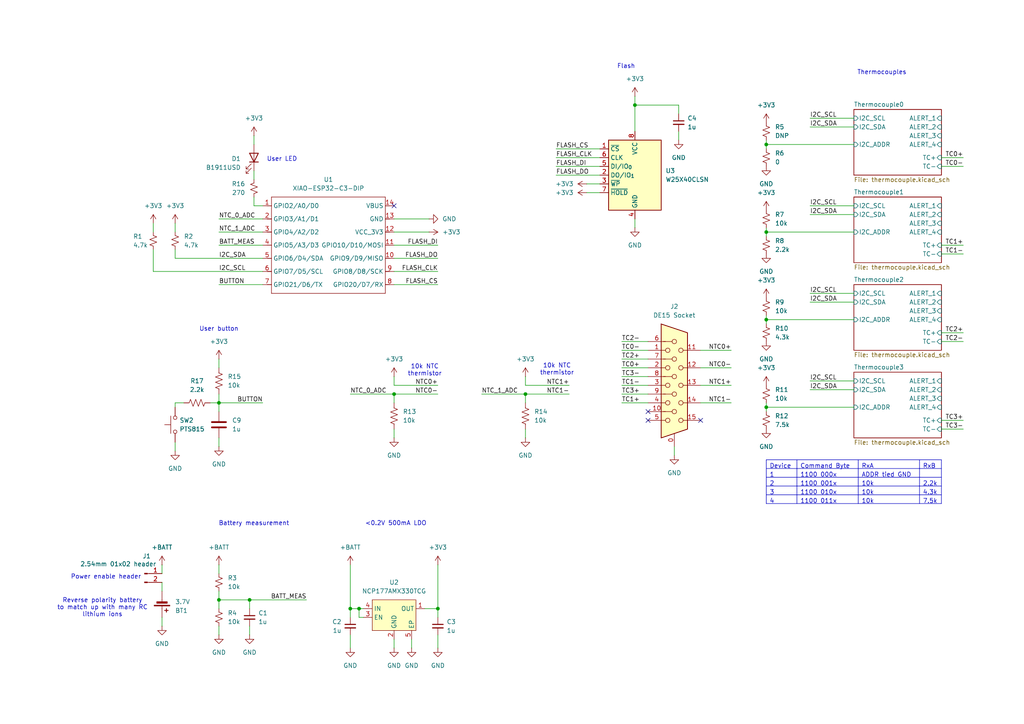
<source format=kicad_sch>
(kicad_sch (version 20250114) (generator "eeschema") (generator_version "9.0")
  (paper "A4")
  (lib_symbols
    (symbol "Connector:Conn_01x02_Pin" (pin_names (offset 1.016) (hide yes))
      (property "Reference" "J" (at 0 2.54 0))
      (property "Value" "Conn_01x02_Pin" (at 0 -5.08 0))
      (symbol "Conn_01x02_Pin_1_1"
        (rectangle (start 0.8636 0.127) (end 0 -0.127) (stroke (width 0.1524)) (fill (type outline)))
        (rectangle (start 0.8636 -2.413) (end 0 -2.667) (stroke (width 0.1524)) (fill (type outline)))
        (polyline (pts (xy 1.27 0) (xy 0.8636 0)) (stroke (width 0.1524)))
        (polyline (pts (xy 1.27 -2.54) (xy 0.8636 -2.54)) (stroke (width 0.1524)))
        (pin passive line (at 5.08 0 180) (length 3.81) (name "Pin_1") (number "1"))
        (pin passive line (at 5.08 -2.54 180) (length 3.81) (name "Pin_2") (number "2"))
      )
    )
    (symbol "Connector:DE15_Socket_HighDensity_MountingHoles" (pin_names (offset 1.016) (hide yes))
      (property "Reference" "J" (at 0 21.59 0))
      (property "Value" "DE15_Socket_HighDensity_MountingHoles" (at 0 19.05 0))
      (symbol "DE15_Socket_HighDensity_MountingHoles_0_1"
        (polyline (pts (xy -3.81 17.78) (xy -3.81 -15.24) (xy 3.81 -12.7) (xy 3.81 15.24) (xy -3.81 17.78)) (stroke (width 0.254)) (fill (type background)))
        (polyline (pts (xy -3.175 7.62) (xy -0.635 7.62)))
        (circle (center -1.905 10.16) (radius 0.635))
        (circle (center -1.905 5.08) (radius 0.635))
        (circle (center -1.905 0) (radius 0.635))
        (circle (center -1.905 -5.08) (radius 0.635))
        (circle (center -1.905 -10.16) (radius 0.635))
        (polyline (pts (xy -0.635 12.7) (xy -3.175 12.7)))
        (polyline (pts (xy -0.635 2.54) (xy -3.175 2.54)))
        (polyline (pts (xy -0.635 -2.54) (xy -3.175 -2.54)))
        (polyline (pts (xy -0.635 -7.62) (xy -3.175 -7.62)))
        (circle (center 0 12.7) (radius 0.635))
        (circle (center 0 7.62) (radius 0.635))
        (circle (center 0 2.54) (radius 0.635))
        (circle (center 0 -2.54) (radius 0.635))
        (circle (center 0 -7.62) (radius 0.635))
        (circle (center 1.905 10.16) (radius 0.635))
        (circle (center 1.905 5.08) (radius 0.635))
        (circle (center 1.905 0) (radius 0.635))
        (circle (center 1.905 -5.08) (radius 0.635))
        (circle (center 1.905 -10.16) (radius 0.635))
      )
      (symbol "DE15_Socket_HighDensity_MountingHoles_1_1"
        (pin passive line (at -7.62 12.7 0) (length 5.08) (name "~") (number "6"))
        (pin passive line (at -7.62 10.16 0) (length 5.08) (name "~") (number "1"))
        (pin passive line (at -7.62 7.62 0) (length 5.08) (name "~") (number "7"))
        (pin passive line (at -7.62 5.08 0) (length 5.08) (name "~") (number "2"))
        (pin passive line (at -7.62 2.54 0) (length 5.08) (name "~") (number "8"))
        (pin passive line (at -7.62 0 0) (length 5.08) (name "~") (number "3"))
        (pin passive line (at -7.62 -2.54 0) (length 5.08) (name "~") (number "9"))
        (pin passive line (at -7.62 -5.08 0) (length 5.08) (name "~") (number "4"))
        (pin passive line (at -7.62 -7.62 0) (length 5.08) (name "~") (number "10"))
        (pin passive line (at -7.62 -10.16 0) (length 5.08) (name "~") (number "5"))
        (pin passive line (at 0 -17.78 90) (length 3.81) (name "~") (number "0"))
        (pin passive line (at 7.62 10.16 180) (length 5.08) (name "~") (number "11"))
        (pin passive line (at 7.62 5.08 180) (length 5.08) (name "~") (number "12"))
        (pin passive line (at 7.62 0 180) (length 5.08) (name "~") (number "13"))
        (pin passive line (at 7.62 -5.08 180) (length 5.08) (name "~") (number "14"))
        (pin passive line (at 7.62 -10.16 180) (length 5.08) (name "~") (number "15"))
      )
    )
    (symbol "Device:Battery_Cell" (pin_numbers (hide yes)) (pin_names (offset 0) (hide yes))
      (property "Reference" "BT" (at 2.54 2.54 0))
      (property "Value" "Battery_Cell" (at 2.54 0 0))
      (symbol "Battery_Cell_0_1"
        (rectangle (start -2.286 1.778) (end 2.286 1.524) (fill (type outline)))
        (rectangle (start -1.524 1.016) (end 1.524 0.508) (fill (type outline)))
        (polyline (pts (xy 0 1.778) (xy 0 2.54)))
        (polyline (pts (xy 0 0.762) (xy 0 0)))
        (polyline (pts (xy 0.762 3.048) (xy 1.778 3.048)) (stroke (width 0.254)))
        (polyline (pts (xy 1.27 3.556) (xy 1.27 2.54)) (stroke (width 0.254)))
      )
      (symbol "Battery_Cell_1_1"
        (pin passive line (at 0 5.08 270) (length 2.54) (name "+") (number "1"))
        (pin passive line (at 0 -2.54 90) (length 2.54) (name "-") (number "2"))
      )
    )
    (symbol "Device:C" (pin_numbers (hide yes)) (pin_names (offset 0.254))
      (property "Reference" "C" (at 0.635 2.54 0))
      (property "Value" "C" (at 0.635 -2.54 0))
      (symbol "C_0_1"
        (polyline (pts (xy -2.032 0.762) (xy 2.032 0.762)) (stroke (width 0.508)))
        (polyline (pts (xy -2.032 -0.762) (xy 2.032 -0.762)) (stroke (width 0.508)))
      )
      (symbol "C_1_1"
        (pin passive line (at 0 3.81 270) (length 2.794) (name "~") (number "1"))
        (pin passive line (at 0 -3.81 90) (length 2.794) (name "~") (number "2"))
      )
    )
    (symbol "Device:C_Small" (pin_numbers (hide yes)) (pin_names (offset 0.254) (hide yes))
      (property "Reference" "C" (at 0.254 1.778 0))
      (property "Value" "C_Small" (at 0.254 -2.032 0))
      (symbol "C_Small_0_1"
        (polyline (pts (xy -1.524 0.508) (xy 1.524 0.508)) (stroke (width 0.3048)))
        (polyline (pts (xy -1.524 -0.508) (xy 1.524 -0.508)) (stroke (width 0.3302)))
      )
      (symbol "C_Small_1_1"
        (pin passive line (at 0 2.54 270) (length 2.032) (name "~") (number "1"))
        (pin passive line (at 0 -2.54 90) (length 2.032) (name "~") (number "2"))
      )
    )
    (symbol "Device:LED" (pin_numbers (hide yes)) (pin_names (offset 1.016) (hide yes))
      (property "Reference" "D" (at 0 2.54 0))
      (property "Value" "LED" (at 0 -2.54 0))
      (symbol "LED_0_1"
        (polyline (pts (xy -3.048 -0.762) (xy -4.572 -2.286) (xy -3.81 -2.286) (xy -4.572 -2.286) (xy -4.572 -1.524)))
        (polyline (pts (xy -1.778 -0.762) (xy -3.302 -2.286) (xy -2.54 -2.286) (xy -3.302 -2.286) (xy -3.302 -1.524)))
        (polyline (pts (xy -1.27 0) (xy 1.27 0)))
        (polyline (pts (xy -1.27 -1.27) (xy -1.27 1.27)) (stroke (width 0.254)))
        (polyline (pts (xy 1.27 -1.27) (xy 1.27 1.27) (xy -1.27 0) (xy 1.27 -1.27)) (stroke (width 0.254)))
      )
      (symbol "LED_1_1"
        (pin passive line (at -3.81 0 0) (length 2.54) (name "K") (number "1"))
        (pin passive line (at 3.81 0 180) (length 2.54) (name "A") (number "2"))
      )
    )
    (symbol "Device:R_Small_US" (pin_numbers (hide yes)) (pin_names (offset 0.254) (hide yes))
      (property "Reference" "R" (at 0.762 0.508 0))
      (property "Value" "R_Small_US" (at 0.762 -1.016 0))
      (symbol "R_Small_US_1_1"
        (polyline (pts (xy 0 1.524) (xy 1.016 1.143) (xy 0 0.762) (xy -1.016 0.381) (xy 0 0)))
        (polyline (pts (xy 0 0) (xy 1.016 -0.381) (xy 0 -0.762) (xy -1.016 -1.143) (xy 0 -1.524)))
        (pin passive line (at 0 2.54 270) (length 1.016) (name "~") (number "1"))
        (pin passive line (at 0 -2.54 90) (length 1.016) (name "~") (number "2"))
      )
    )
    (symbol "Device:R_US" (pin_numbers (hide yes)) (pin_names (offset 0))
      (property "Reference" "R" (at 2.54 0 90))
      (property "Value" "R_US" (at -2.54 0 90))
      (symbol "R_US_0_1"
        (polyline (pts (xy 0 2.286) (xy 0 2.54)))
        (polyline (pts (xy 0 2.286) (xy 1.016 1.905) (xy 0 1.524) (xy -1.016 1.143) (xy 0 0.762)))
        (polyline (pts (xy 0 0.762) (xy 1.016 0.381) (xy 0 0) (xy -1.016 -0.381) (xy 0 -0.762)))
        (polyline (pts (xy 0 -0.762) (xy 1.016 -1.143) (xy 0 -1.524) (xy -1.016 -1.905) (xy 0 -2.286)))
        (polyline (pts (xy 0 -2.286) (xy 0 -2.54)))
      )
      (symbol "R_US_1_1"
        (pin passive line (at 0 3.81 270) (length 1.27) (name "~") (number "1"))
        (pin passive line (at 0 -3.81 90) (length 1.27) (name "~") (number "2"))
      )
    )
    (symbol "Memory_Flash:W25X40CLSN"
      (property "Reference" "U" (at -7.62 10.668 0))
      (property "Value" "W25X40CLSN" (at 2.54 10.668 0))
      (symbol "W25X40CLSN_0_1"
        (rectangle (start -7.62 10.16) (end 7.62 -10.16) (stroke (width 0.254)) (fill (type background)))
      )
      (symbol "W25X40CLSN_1_1"
        (pin input line (at -10.16 7.62 0) (length 2.54) (name "~{CS}") (number "1"))
        (pin input line (at -10.16 5.08 0) (length 2.54) (name "CLK") (number "6"))
        (pin bidirectional line (at -10.16 2.54 0) (length 2.54) (name "DI/IO_{0}") (number "5"))
        (pin bidirectional line (at -10.16 0 0) (length 2.54) (name "DO/IO_{1}") (number "2"))
        (pin bidirectional line (at -10.16 -2.54 0) (length 2.54) (name "~{WP}") (number "3"))
        (pin bidirectional line (at -10.16 -5.08 0) (length 2.54) (name "~{HOLD}") (number "7"))
        (pin power_in line (at 0 12.7 270) (length 2.54) (name "VCC") (number "8"))
        (pin power_in line (at 0 -12.7 90) (length 2.54) (name "GND") (number "4"))
      )
    )
    (symbol "NCP177AMX330TCG:NCP177AMX330TCG"
      (property "Reference" "U" (at 0 1.778 0))
      (property "Value" "NCP177AMX330TCG" (at 0 0 0))
      (symbol "NCP177AMX330TCG_0_0"
        (pin power_in line (at -8.89 -2.54 0) (length 2.54) (name "IN") (number "4"))
        (pin input line (at -8.89 -5.08 0) (length 2.54) (name "EN") (number "3"))
        (pin unspecified line (at 0 -11.43 90) (length 2.54) (name "GND") (number "2"))
        (pin unspecified line (at 5.08 -11.43 90) (length 2.54) (name "EP") (number "5"))
        (pin power_out line (at 8.89 -2.54 180) (length 2.54) (name "OUT") (number "1"))
      )
      (symbol "NCP177AMX330TCG_1_1"
        (rectangle (start -6.35 0) (end 6.35 -8.89) (fill (type background)))
      )
    )
    (symbol "Seeed_Studio_XIAO_Series:XIAO-ESP32-C3-DIP"
      (property "Reference" "U" (at 1.016 2.794 0))
      (property "Value" "XIAO-ESP32-C3-DIP" (at 7.62 1.016 0))
      (symbol "XIAO-ESP32-C3-DIP_1_0"
        (polyline (pts (xy 0 0) (xy 33.02 0)) (stroke (width 0.1524)))
        (polyline (pts (xy 0 -2.54) (xy -1.27 -2.54)) (stroke (width 0.1524)))
        (polyline (pts (xy 0 -2.54) (xy 0 0)) (stroke (width 0.1524)))
        (polyline (pts (xy 0 -6.35) (xy -1.27 -6.35)) (stroke (width 0.1524)))
        (polyline (pts (xy 0 -6.35) (xy 0 -2.54)) (stroke (width 0.1524)))
        (polyline (pts (xy 0 -10.16) (xy -1.27 -10.16)) (stroke (width 0.1524)))
        (polyline (pts (xy 0 -10.16) (xy 0 -6.35)) (stroke (width 0.1524)))
        (polyline (pts (xy 0 -13.97) (xy -1.27 -13.97)) (stroke (width 0.1524)))
        (polyline (pts (xy 0 -13.97) (xy 0 -10.16)) (stroke (width 0.1524)))
        (polyline (pts (xy 0 -17.78) (xy -1.27 -17.78)) (stroke (width 0.1524)))
        (polyline (pts (xy 0 -21.59) (xy -1.27 -21.59)) (stroke (width 0.1524)))
        (polyline (pts (xy 0 -25.4) (xy -1.27 -25.4)) (stroke (width 0.1524)))
        (polyline (pts (xy 0 -27.94) (xy 0 -13.97)) (stroke (width 0.1524)))
        (polyline (pts (xy 33.02 0) (xy 33.02 -2.54)) (stroke (width 0.1524)))
        (polyline (pts (xy 33.02 -2.54) (xy 33.02 -6.35)) (stroke (width 0.1524)))
        (polyline (pts (xy 33.02 -6.35) (xy 33.02 -10.16)) (stroke (width 0.1524)))
        (polyline (pts (xy 33.02 -10.16) (xy 33.02 -27.94)) (stroke (width 0.1524)))
        (polyline (pts (xy 33.02 -27.94) (xy 0 -27.94)) (stroke (width 0.1524)))
        (polyline (pts (xy 34.29 -2.54) (xy 33.02 -2.54)) (stroke (width 0.1524)))
        (polyline (pts (xy 34.29 -6.35) (xy 33.02 -6.35)) (stroke (width 0.1524)))
        (polyline (pts (xy 34.29 -10.16) (xy 33.02 -10.16)) (stroke (width 0.1524)))
        (polyline (pts (xy 34.29 -13.97) (xy 33.02 -13.97)) (stroke (width 0.1524)))
        (polyline (pts (xy 34.29 -17.78) (xy 33.02 -17.78)) (stroke (width 0.1524)))
        (polyline (pts (xy 34.29 -21.59) (xy 33.02 -21.59)) (stroke (width 0.1524)))
        (polyline (pts (xy 34.29 -25.4) (xy 33.02 -25.4)) (stroke (width 0.1524)))
        (pin passive line (at -2.54 -2.54 0) (length 2.54) (name "GPIO2/A0/D0") (number "1"))
        (pin passive line (at -2.54 -6.35 0) (length 2.54) (name "GPIO3/A1/D1") (number "2"))
        (pin passive line (at -2.54 -10.16 0) (length 2.54) (name "GPIO4/A2/D2") (number "3"))
        (pin passive line (at -2.54 -13.97 0) (length 2.54) (name "GPIO5/A3/D3") (number "4"))
        (pin passive line (at -2.54 -17.78 0) (length 2.54) (name "GPIO6/D4/SDA") (number "5"))
        (pin passive line (at -2.54 -21.59 0) (length 2.54) (name "GPIO7/D5/SCL") (number "6"))
        (pin passive line (at -2.54 -25.4 0) (length 2.54) (name "GPIO21/D6/TX") (number "7"))
        (pin passive line (at 35.56 -2.54 180) (length 2.54) (name "VBUS") (number "14"))
        (pin passive line (at 35.56 -6.35 180) (length 2.54) (name "GND") (number "13"))
        (pin passive line (at 35.56 -10.16 180) (length 2.54) (name "VCC_3V3") (number "12"))
        (pin passive line (at 35.56 -13.97 180) (length 2.54) (name "GPIO10/D10/MOSI") (number "11"))
        (pin passive line (at 35.56 -17.78 180) (length 2.54) (name "GPIO9/D9/MISO") (number "10"))
        (pin passive line (at 35.56 -21.59 180) (length 2.54) (name "GPIO8/D8/SCK") (number "9"))
        (pin passive line (at 35.56 -25.4 180) (length 2.54) (name "GPIO20/D7/RX") (number "8"))
      )
    )
    (symbol "Switch:SW_Push" (pin_numbers (hide yes)) (pin_names (offset 1.016) (hide yes))
      (property "Reference" "SW" (at 1.27 2.54 0))
      (property "Value" "SW_Push" (at 0 -1.524 0))
      (symbol "SW_Push_0_1"
        (circle (center -2.032 0) (radius 0.508))
        (polyline (pts (xy 0 1.27) (xy 0 3.048)))
        (circle (center 2.032 0) (radius 0.508))
        (polyline (pts (xy 2.54 1.27) (xy -2.54 1.27)))
        (pin passive line (at -5.08 0 0) (length 2.54) (name "1") (number "1"))
        (pin passive line (at 5.08 0 180) (length 2.54) (name "2") (number "2"))
      )
    )
    (symbol "power:+3V3" (power) (pin_numbers (hide yes)) (pin_names (offset 0) (hide yes))
      (property "Value" "+3V3" (at 0 3.556 0))
      (symbol "+3V3_0_1"
        (polyline (pts (xy -0.762 1.27) (xy 0 2.54)))
        (polyline (pts (xy 0 2.54) (xy 0.762 1.27)))
        (polyline (pts (xy 0 0) (xy 0 2.54)))
      )
      (symbol "+3V3_1_1"
        (pin power_in line (at 0 0 90) (length 0) (name "~") (number "1"))
      )
    )
    (symbol "power:+BATT" (power) (pin_numbers (hide yes)) (pin_names (offset 0) (hide yes))
      (property "Value" "+BATT" (at 0 3.556 0))
      (symbol "+BATT_0_1"
        (polyline (pts (xy -0.762 1.27) (xy 0 2.54)))
        (polyline (pts (xy 0 2.54) (xy 0.762 1.27)))
        (polyline (pts (xy 0 0) (xy 0 2.54)))
      )
      (symbol "+BATT_1_1"
        (pin power_in line (at 0 0 90) (length 0) (name "~") (number "1"))
      )
    )
    (symbol "power:GND" (power) (pin_numbers (hide yes)) (pin_names (offset 0) (hide yes))
      (property "Value" "GND" (at 0 -3.81 0))
      (symbol "GND_0_1"
        (polyline (pts (xy 0 0) (xy 0 -1.27) (xy 1.27 -1.27) (xy 0 -2.54) (xy -1.27 -1.27) (xy 0 -1.27)))
      )
      (symbol "GND_1_1"
        (pin power_in line (at 0 0 270) (length 0) (name "~") (number "1"))
      )
    )
  )
  (text "Flash" (at 181.61 19.304 0) (effects (font (size 1.27 1.27))))
  (text "Reverse polarity battery\nto match up with many RC\nlithium ions" (at 29.718 176.276 0) (effects (font (size 1.27 1.27))))
  (text "<0.2V 500mA LDO" (at 114.808 151.892 0) (effects (font (size 1.27 1.27))))
  (text "10k NTC\nthermistor" (at 123.19 107.442 0) (effects (font (size 1.27 1.27))))
  (text "User button" (at 63.5 95.504 0) (effects (font (size 1.27 1.27))))
  (text "Battery measurement" (at 73.66 151.892 0) (effects (font (size 1.27 1.27))))
  (text "10k NTC\nthermistor" (at 161.544 107.188 0) (effects (font (size 1.27 1.27))))
  (text "Power enable header" (at 30.734 167.386 0) (effects (font (size 1.27 1.27))))
  (text "User LED" (at 81.788 46.228 0) (effects (font (size 1.27 1.27))))
  (text "Thermocouples" (at 255.778 21.082 0) (effects (font (size 1.27 1.27))))
  (junction (at 222.25 41.91))
  (junction (at 184.15 30.48))
  (junction (at 104.14 176.53))
  (junction (at 222.25 67.31))
  (junction (at 222.25 92.71))
  (junction (at 152.4 114.3))
  (junction (at 72.39 173.99))
  (junction (at 63.5 116.84))
  (junction (at 101.6 176.53))
  (junction (at 114.3 114.3))
  (junction (at 63.5 173.99))
  (junction (at 222.25 118.11))
  (junction (at 127 176.53))
  (no_connect (at 187.96 121.92))
  (no_connect (at 203.2 121.92))
  (no_connect (at 187.96 119.38))
  (no_connect (at 114.3 59.69))
  (wire (pts (xy 119.38 185.42) (xy 119.38 187.96)))
  (wire (pts (xy 114.3 111.76) (xy 127 111.76)))
  (wire (pts (xy 114.3 63.5) (xy 124.46 63.5)))
  (wire (pts (xy 63.5 173.99) (xy 63.5 176.53)))
  (wire (pts (xy 273.05 99.06) (xy 279.4 99.06)))
  (wire (pts (xy 63.5 116.84) (xy 63.5 119.38)))
  (wire (pts (xy 170.18 53.34) (xy 173.99 53.34)))
  (wire (pts (xy 63.5 116.84) (xy 76.2 116.84)))
  (wire (pts (xy 196.85 33.02) (xy 196.85 30.48)))
  (wire (pts (xy 101.6 176.53) (xy 101.6 179.07)))
  (wire (pts (xy 184.15 63.5) (xy 184.15 66.04)))
  (wire (pts (xy 212.09 101.6) (xy 203.2 101.6)))
  (wire (pts (xy 72.39 173.99) (xy 88.9 173.99)))
  (wire (pts (xy 273.05 48.26) (xy 279.4 48.26)))
  (wire (pts (xy 101.6 114.3) (xy 114.3 114.3)))
  (wire (pts (xy 180.34 104.14) (xy 187.96 104.14)))
  (wire (pts (xy 273.05 96.52) (xy 279.4 96.52)))
  (wire (pts (xy 139.7 114.3) (xy 152.4 114.3)))
  (wire (pts (xy 195.58 129.54) (xy 195.58 132.08)))
  (wire (pts (xy 212.09 116.84) (xy 203.2 116.84)))
  (wire (pts (xy 73.66 49.53) (xy 73.66 52.07)))
  (wire (pts (xy 184.15 30.48) (xy 184.15 38.1)))
  (wire (pts (xy 63.5 127) (xy 63.5 129.54)))
  (wire (pts (xy 50.8 128.27) (xy 50.8 130.81)))
  (wire (pts (xy 104.14 179.07) (xy 104.14 176.53)))
  (wire (pts (xy 234.95 59.69) (xy 247.65 59.69)))
  (wire (pts (xy 44.45 64.77) (xy 44.45 67.31)))
  (wire (pts (xy 273.05 121.92) (xy 279.4 121.92)))
  (wire (pts (xy 247.65 118.11) (xy 222.25 118.11)))
  (wire (pts (xy 180.34 106.68) (xy 187.96 106.68)))
  (wire (pts (xy 196.85 30.48) (xy 184.15 30.48)))
  (wire (pts (xy 114.3 78.74) (xy 127 78.74)))
  (wire (pts (xy 247.65 41.91) (xy 222.25 41.91)))
  (wire (pts (xy 247.65 67.31) (xy 222.25 67.31)))
  (wire (pts (xy 222.25 41.91) (xy 222.25 40.64)))
  (wire (pts (xy 114.3 124.46) (xy 114.3 127)))
  (wire (pts (xy 101.6 184.15) (xy 101.6 187.96)))
  (wire (pts (xy 180.34 109.22) (xy 187.96 109.22)))
  (wire (pts (xy 161.29 50.8) (xy 173.99 50.8)))
  (wire (pts (xy 63.5 116.84) (xy 63.5 114.3)))
  (wire (pts (xy 114.3 114.3) (xy 114.3 116.84)))
  (wire (pts (xy 273.05 73.66) (xy 279.4 73.66)))
  (wire (pts (xy 104.14 176.53) (xy 101.6 176.53)))
  (wire (pts (xy 180.34 101.6) (xy 187.96 101.6)))
  (wire (pts (xy 222.25 92.71) (xy 222.25 93.98)))
  (wire (pts (xy 152.4 111.76) (xy 165.1 111.76)))
  (wire (pts (xy 46.99 163.83) (xy 46.99 166.37)))
  (wire (pts (xy 180.34 111.76) (xy 187.96 111.76)))
  (wire (pts (xy 60.96 116.84) (xy 63.5 116.84)))
  (wire (pts (xy 63.5 181.61) (xy 63.5 184.15)))
  (wire (pts (xy 73.66 39.37) (xy 73.66 41.91)))
  (wire (pts (xy 152.4 114.3) (xy 152.4 116.84)))
  (wire (pts (xy 123.19 176.53) (xy 127 176.53)))
  (wire (pts (xy 212.09 106.68) (xy 203.2 106.68)))
  (wire (pts (xy 63.5 63.5) (xy 76.2 63.5)))
  (wire (pts (xy 222.25 118.11) (xy 222.25 119.38)))
  (wire (pts (xy 72.39 173.99) (xy 72.39 176.53)))
  (wire (pts (xy 101.6 163.83) (xy 101.6 176.53)))
  (wire (pts (xy 152.4 109.22) (xy 152.4 111.76)))
  (wire (pts (xy 73.66 59.69) (xy 76.2 59.69)))
  (wire (pts (xy 46.99 179.07) (xy 46.99 181.61)))
  (wire (pts (xy 180.34 116.84) (xy 187.96 116.84)))
  (wire (pts (xy 222.25 41.91) (xy 222.25 43.18)))
  (wire (pts (xy 63.5 104.14) (xy 63.5 106.68)))
  (wire (pts (xy 234.95 62.23) (xy 247.65 62.23)))
  (wire (pts (xy 234.95 36.83) (xy 247.65 36.83)))
  (wire (pts (xy 127 163.83) (xy 127 176.53)))
  (wire (pts (xy 212.09 111.76) (xy 203.2 111.76)))
  (wire (pts (xy 196.85 40.64) (xy 196.85 38.1)))
  (wire (pts (xy 234.95 113.03) (xy 247.65 113.03)))
  (wire (pts (xy 222.25 67.31) (xy 222.25 66.04)))
  (wire (pts (xy 63.5 82.55) (xy 76.2 82.55)))
  (wire (pts (xy 63.5 173.99) (xy 72.39 173.99)))
  (wire (pts (xy 247.65 92.71) (xy 222.25 92.71)))
  (wire (pts (xy 105.41 176.53) (xy 104.14 176.53)))
  (wire (pts (xy 170.18 55.88) (xy 173.99 55.88)))
  (wire (pts (xy 114.3 185.42) (xy 114.3 187.96)))
  (wire (pts (xy 234.95 34.29) (xy 247.65 34.29)))
  (wire (pts (xy 152.4 124.46) (xy 152.4 127)))
  (wire (pts (xy 161.29 45.72) (xy 173.99 45.72)))
  (wire (pts (xy 180.34 114.3) (xy 187.96 114.3)))
  (wire (pts (xy 222.25 92.71) (xy 222.25 91.44)))
  (wire (pts (xy 114.3 71.12) (xy 127 71.12)))
  (wire (pts (xy 63.5 67.31) (xy 76.2 67.31)))
  (wire (pts (xy 127 184.15) (xy 127 187.96)))
  (wire (pts (xy 127 114.3) (xy 114.3 114.3)))
  (wire (pts (xy 180.34 99.06) (xy 187.96 99.06)))
  (wire (pts (xy 234.95 110.49) (xy 247.65 110.49)))
  (wire (pts (xy 63.5 163.83) (xy 63.5 166.37)))
  (wire (pts (xy 50.8 116.84) (xy 53.34 116.84)))
  (wire (pts (xy 165.1 114.3) (xy 152.4 114.3)))
  (wire (pts (xy 161.29 48.26) (xy 173.99 48.26)))
  (wire (pts (xy 273.05 124.46) (xy 279.4 124.46)))
  (wire (pts (xy 73.66 57.15) (xy 73.66 59.69)))
  (wire (pts (xy 161.29 43.18) (xy 173.99 43.18)))
  (wire (pts (xy 234.95 87.63) (xy 247.65 87.63)))
  (wire (pts (xy 273.05 71.12) (xy 279.4 71.12)))
  (wire (pts (xy 63.5 171.45) (xy 63.5 173.99)))
  (wire (pts (xy 234.95 85.09) (xy 247.65 85.09)))
  (wire (pts (xy 50.8 118.11) (xy 50.8 116.84)))
  (wire (pts (xy 114.3 82.55) (xy 127 82.55)))
  (wire (pts (xy 114.3 67.31) (xy 124.46 67.31)))
  (wire (pts (xy 46.99 168.91) (xy 46.99 171.45)))
  (wire (pts (xy 72.39 181.61) (xy 72.39 184.15)))
  (wire (pts (xy 44.45 72.39) (xy 44.45 78.74)))
  (wire (pts (xy 44.45 78.74) (xy 76.2 78.74)))
  (wire (pts (xy 105.41 179.07) (xy 104.14 179.07)))
  (wire (pts (xy 114.3 74.93) (xy 127 74.93)))
  (wire (pts (xy 114.3 109.22) (xy 114.3 111.76)))
  (wire (pts (xy 184.15 27.94) (xy 184.15 30.48)))
  (wire (pts (xy 63.5 71.12) (xy 76.2 71.12)))
  (wire (pts (xy 127 176.53) (xy 127 179.07)))
  (wire (pts (xy 50.8 64.77) (xy 50.8 67.31)))
  (wire (pts (xy 273.05 45.72) (xy 279.4 45.72)))
  (wire (pts (xy 222.25 118.11) (xy 222.25 116.84)))
  (wire (pts (xy 222.25 67.31) (xy 222.25 68.58)))
  (wire (pts (xy 50.8 74.93) (xy 76.2 74.93)))
  (wire (pts (xy 50.8 74.93) (xy 50.8 72.39)))
  (table (column_count 4) (border (external yes) (header yes)) (separators (rows yes) (cols yes)) (column_widths 8.89 17.78 17.78 6.35) (row_heights 2.54 2.54 2.54 2.54 2.54) (cells (table_cell "Device" (at 222.25 133.35 0) (size 8.89 2.54) (margins 0.9525 0.9525 0.9525 0.9525) (span 1 1)) (table_cell "Command Byte" (at 231.14 133.35 0) (size 17.78 2.54) (margins 0.9525 0.9525 0.9525 0.9525) (span 1 1)) (table_cell "RxA" (at 248.92 133.35 0) (size 17.78 2.54) (margins 0.9525 0.9525 0.9525 0.9525) (span 1 1)) (table_cell "RxB" (at 266.7 133.35 0) (size 6.35 2.54) (margins 0.9525 0.9525 0.9525 0.9525) (span 1 1)) (table_cell "1" (at 222.25 135.89 0) (size 8.89 2.54) (margins 0.9525 0.9525 0.9525 0.9525) (span 1 1)) (table_cell "1100 000x" (at 231.14 135.89 0) (size 17.78 2.54) (margins 0.9525 0.9525 0.9525 0.9525) (span 1 1)) (table_cell "ADDR tied GND" (at 248.92 135.89 0) (size 17.78 2.54) (margins 0.9525 0.9525 0.9525 0.9525) (span 1 1)) (table_cell "" (at 266.7 135.89 0) (size 6.35 2.54) (margins 0.9525 0.9525 0.9525 0.9525) (span 1 1)) (table_cell "2" (at 222.25 138.43 0) (size 8.89 2.54) (margins 0.9525 0.9525 0.9525 0.9525) (span 1 1)) (table_cell "1100 001x" (at 231.14 138.43 0) (size 17.78 2.54) (margins 0.9525 0.9525 0.9525 0.9525) (span 1 1)) (table_cell "10k" (at 248.92 138.43 0) (size 17.78 2.54) (margins 0.9525 0.9525 0.9525 0.9525) (span 1 1)) (table_cell "2.2k" (at 266.7 138.43 0) (size 6.35 2.54) (margins 0.9525 0.9525 0.9525 0.9525) (span 1 1)) (table_cell "3" (at 222.25 140.97 0) (size 8.89 2.54) (margins 0.9525 0.9525 0.9525 0.9525) (span 1 1)) (table_cell "1100 010x" (at 231.14 140.97 0) (size 17.78 2.54) (margins 0.9525 0.9525 0.9525 0.9525) (span 1 1)) (table_cell "10k" (at 248.92 140.97 0) (size 17.78 2.54) (margins 0.9525 0.9525 0.9525 0.9525) (span 1 1)) (table_cell "4.3k" (at 266.7 140.97 0) (size 6.35 2.54) (margins 0.9525 0.9525 0.9525 0.9525) (span 1 1)) (table_cell "4" (at 222.25 143.51 0) (size 8.89 2.54) (margins 0.9525 0.9525 0.9525 0.9525) (span 1 1)) (table_cell "1100 011x" (at 231.14 143.51 0) (size 17.78 2.54) (margins 0.9525 0.9525 0.9525 0.9525) (span 1 1)) (table_cell "10k" (at 248.92 143.51 0) (size 17.78 2.54) (margins 0.9525 0.9525 0.9525 0.9525) (span 1 1)) (table_cell "7.5k" (at 266.7 143.51 0) (size 6.35 2.54) (margins 0.9525 0.9525 0.9525 0.9525) (span 1 1))))
  (label "I2C_SDA" (at 234.95 36.83 0))
  (label "FLASH_DI" (at 127 71.12 180))
  (label "NTC1-" (at 165.1 114.3 180))
  (label "TC3+" (at 180.34 114.3 0))
  (label "TC0-" (at 180.34 101.6 0))
  (label "TC2-" (at 279.4 99.06 180))
  (label "NTC_1_ADC" (at 139.7 114.3 0))
  (label "TC3-" (at 279.4 124.46 180))
  (label "I2C_SDA" (at 234.95 87.63 0))
  (label "I2C_SCL" (at 234.95 110.49 0))
  (label "BUTTON" (at 63.5 82.55 0))
  (label "I2C_SDA" (at 234.95 113.03 0))
  (label "NTC1+" (at 212.09 111.76 180))
  (label "FLASH_CS" (at 127 82.55 180))
  (label "FLASH_CS" (at 161.29 43.18 0))
  (label "TC0-" (at 279.4 48.26 180))
  (label "NTC_0_ADC" (at 101.6 114.3 0))
  (label "TC0+" (at 180.34 106.68 0))
  (label "TC2+" (at 180.34 104.14 0))
  (label "FLASH_DO" (at 127 74.93 180))
  (label "NTC0-" (at 212.09 106.68 180))
  (label "I2C_SCL" (at 234.95 85.09 0))
  (label "TC1+" (at 180.34 116.84 0))
  (label "I2C_SDA" (at 63.5 74.93 0))
  (label "FLASH_DI" (at 161.29 48.26 0))
  (label "I2C_SCL" (at 63.5 78.74 0))
  (label "NTC0+" (at 127 111.76 180))
  (label "TC3-" (at 180.34 109.22 0))
  (label "I2C_SDA" (at 234.95 62.23 0))
  (label "NTC_0_ADC" (at 63.5 63.5 0))
  (label "FLASH_CLK" (at 127 78.74 180))
  (label "TC2-" (at 180.34 99.06 0))
  (label "NTC0+" (at 212.09 101.6 180))
  (label "TC1-" (at 180.34 111.76 0))
  (label "NTC1-" (at 212.09 116.84 180))
  (label "FLASH_DO" (at 161.29 50.8 0))
  (label "BATT_MEAS" (at 88.9 173.99 180))
  (label "TC3+" (at 279.4 121.92 180))
  (label "BATT_MEAS" (at 63.5 71.12 0))
  (label "NTC0-" (at 127 114.3 180))
  (label "TC1-" (at 279.4 73.66 180))
  (label "I2C_SCL" (at 234.95 59.69 0))
  (label "TC2+" (at 279.4 96.52 180))
  (label "I2C_SCL" (at 234.95 34.29 0))
  (label "TC1+" (at 279.4 71.12 180))
  (label "FLASH_CLK" (at 161.29 45.72 0))
  (label "NTC_1_ADC" (at 63.5 67.31 0))
  (label "NTC1+" (at 165.1 111.76 180))
  (label "BUTTON" (at 76.2 116.84 180))
  (label "TC0+" (at 279.4 45.72 180))
  (symbol (lib_id "Device:LED") (at 73.66 45.72 270) (mirror x) (unit 1)
    (property "Reference" "D1" (at 69.85 46.0374 90) (effects (justify right)))
    (property "Value" "B1911USD" (at 69.85 48.5774 90) (effects (justify right)))
    (property "Footprint" "LED_SMD:LED_0603_1608Metric" (effects (hide yes)))
    (property "Description" "Light emitting diode" (effects (hide yes)))
    (property "Sim.Pins" "1=K 2=A" (effects (hide yes)))
  )
  (symbol (lib_id "power:GND") (at 63.5 184.15 0) (unit 1)
    (property "Reference" "#PWR06" (effects (hide yes)))
    (property "Value" "GND" (at 63.5 189.23 0))
    (property "Description" "Power symbol creates a global label with name \"GND\" , ground" (effects (hide yes)))
  )
  (symbol (lib_id "power:GND") (at 46.99 181.61 0) (unit 1)
    (property "Reference" "#PWR02" (effects (hide yes)))
    (property "Value" "GND" (at 46.99 186.69 0))
    (property "Description" "Power symbol creates a global label with name \"GND\" , ground" (effects (hide yes)))
  )
  (symbol (lib_id "power:+3V3") (at 127 163.83 0) (unit 1)
    (property "Reference" "#PWR014" (effects (hide yes)))
    (property "Value" "+3V3" (at 127 158.75 0))
    (property "Description" "Power symbol creates a global label with name \"+3V3\"" (effects (hide yes)))
  )
  (symbol (lib_id "Switch:SW_Push") (at 50.8 123.19 90) (unit 1)
    (property "Reference" "SW2" (at 52.07 121.9199 90) (effects (justify right)))
    (property "Value" "PTS815" (at 52.07 124.4599 90) (effects (justify right)))
    (property "Footprint" "PTS815_SJM_250_SMTR_LFS:SW_Push_PTS815_SJM_250_SMTR_LFS" (effects (hide yes)))
    (property "Description" "Push button switch, generic, two pins" (effects (hide yes)))
  )
  (symbol (lib_id "power:+3V3") (at 44.45 64.77 0) (unit 1)
    (property "Reference" "#PWR03" (effects (hide yes)))
    (property "Value" "+3V3" (at 44.45 59.69 0))
    (property "Description" "Power symbol creates a global label with name \"+3V3\"" (effects (hide yes)))
  )
  (symbol (lib_id "power:+3V3") (at 222.25 111.76 0) (unit 1)
    (property "Reference" "#PWR026" (effects (hide yes)))
    (property "Value" "+3V3" (at 222.25 106.68 0))
    (property "Description" "Power symbol creates a global label with name \"+3V3\"" (effects (hide yes)))
  )
  (symbol (lib_id "power:GND") (at 184.15 66.04 0) (unit 1)
    (property "Reference" "#PWR018" (effects (hide yes)))
    (property "Value" "GND" (at 184.15 71.12 0))
    (property "Description" "Power symbol creates a global label with name \"GND\" , ground" (effects (hide yes)))
  )
  (symbol (lib_id "power:GND") (at 222.25 124.46 0) (unit 1)
    (property "Reference" "#PWR027" (effects (hide yes)))
    (property "Value" "GND" (at 222.25 129.54 0))
    (property "Description" "Power symbol creates a global label with name \"GND\" , ground" (effects (hide yes)))
  )
  (symbol (lib_id "power:GND") (at 222.25 73.66 0) (unit 1)
    (property "Reference" "#PWR023" (effects (hide yes)))
    (property "Value" "GND" (at 222.25 78.74 0))
    (property "Description" "Power symbol creates a global label with name \"GND\" , ground" (effects (hide yes)))
  )
  (symbol (lib_id "Device:R_US") (at 152.4 120.65 0) (unit 1)
    (property "Reference" "R14" (at 154.94 119.3799 0) (effects (justify left)))
    (property "Value" "10k" (at 154.94 121.9199 0) (effects (justify left)))
    (property "Footprint" "Resistor_SMD:R_0603_1608Metric" (effects (hide yes)))
    (property "Description" "Resistor, US symbol" (effects (hide yes)))
  )
  (symbol (lib_id "power:+3V3") (at 222.25 35.56 0) (unit 1)
    (property "Reference" "#PWR020" (effects (hide yes)))
    (property "Value" "+3V3" (at 222.25 30.48 0))
    (property "Description" "Power symbol creates a global label with name \"+3V3\"" (effects (hide yes)))
  )
  (symbol (lib_id "Device:C_Small") (at 196.85 35.56 0) (unit 1)
    (property "Reference" "C4" (at 199.39 34.2962 0) (effects (justify left)))
    (property "Value" "1u" (at 199.39 36.8362 0) (effects (justify left)))
    (property "Footprint" "Capacitor_SMD:C_0603_1608Metric" (effects (hide yes)))
    (property "Description" "Unpolarized capacitor, small symbol" (effects (hide yes)))
  )
  (symbol (lib_id "Device:C") (at 63.5 123.19 0) (unit 1)
    (property "Reference" "C9" (at 67.31 121.9199 0) (effects (justify left)))
    (property "Value" "1u" (at 67.31 124.4599 0) (effects (justify left)))
    (property "Footprint" "Capacitor_SMD:C_0603_1608Metric" (effects (hide yes)))
    (property "Description" "Unpolarized capacitor" (effects (hide yes)))
  )
  (symbol (lib_id "power:GND") (at 127 187.96 0) (unit 1)
    (property "Reference" "#PWR015" (effects (hide yes)))
    (property "Value" "GND" (at 127 193.04 0))
    (property "Description" "Power symbol creates a global label with name \"GND\" , ground" (effects (hide yes)))
  )
  (symbol (lib_id "power:+3V3") (at 222.25 60.96 0) (unit 1)
    (property "Reference" "#PWR022" (effects (hide yes)))
    (property "Value" "+3V3" (at 222.25 55.88 0))
    (property "Description" "Power symbol creates a global label with name \"+3V3\"" (effects (hide yes)))
  )
  (symbol (lib_id "power:GND") (at 114.3 127 0) (unit 1)
    (property "Reference" "#PWR047" (effects (hide yes)))
    (property "Value" "GND" (at 114.3 132.08 0))
    (property "Description" "Power symbol creates a global label with name \"GND\" , ground" (effects (hide yes)))
  )
  (symbol (lib_id "Device:R_Small_US") (at 63.5 179.07 0) (unit 1)
    (property "Reference" "R4" (at 66.04 177.7999 0) (effects (justify left)))
    (property "Value" "10k" (at 66.04 180.3399 0) (effects (justify left)))
    (property "Footprint" "Resistor_SMD:R_0603_1608Metric" (effects (hide yes)))
    (property "Description" "Resistor, small US symbol" (effects (hide yes)))
  )
  (symbol (lib_id "power:+3V3") (at 50.8 64.77 0) (unit 1)
    (property "Reference" "#PWR04" (effects (hide yes)))
    (property "Value" "+3V3" (at 50.8 59.69 0))
    (property "Description" "Power symbol creates a global label with name \"+3V3\"" (effects (hide yes)))
  )
  (symbol (lib_id "Device:R_Small_US") (at 44.45 69.85 0) (unit 1)
    (property "Reference" "R1" (at 38.608 68.58 0) (effects (justify left)))
    (property "Value" "4.7k" (at 38.608 71.12 0) (effects (justify left)))
    (property "Footprint" "Resistor_SMD:R_0603_1608Metric" (effects (hide yes)))
    (property "Description" "Resistor, small US symbol" (effects (hide yes)))
  )
  (symbol (lib_id "power:GND") (at 114.3 187.96 0) (unit 1)
    (property "Reference" "#PWR010" (effects (hide yes)))
    (property "Value" "GND" (at 114.3 193.04 0))
    (property "Description" "Power symbol creates a global label with name \"GND\" , ground" (effects (hide yes)))
  )
  (symbol (lib_id "power:+3V3") (at 170.18 53.34 90) (unit 1)
    (property "Reference" "#PWR045" (effects (hide yes)))
    (property "Value" "+3V3" (at 166.37 53.3399 90) (effects (justify left)))
    (property "Description" "Power symbol creates a global label with name \"+3V3\"" (effects (hide yes)))
  )
  (symbol (lib_id "power:+BATT") (at 46.99 163.83 0) (unit 1)
    (property "Reference" "#PWR01" (effects (hide yes)))
    (property "Value" "+BATT" (at 46.99 158.75 0))
    (property "Description" "Power symbol creates a global label with name \"+BATT\"" (effects (hide yes)))
  )
  (symbol (lib_id "Device:R_Small_US") (at 222.25 38.1 180) (unit 1)
    (property "Reference" "R5" (at 224.79 36.8299 0) (effects (justify right)))
    (property "Value" "DNP" (at 224.79 39.3699 0) (effects (justify right)))
    (property "Footprint" "Resistor_SMD:R_0603_1608Metric" (effects (hide yes)))
    (property "Description" "Resistor, small US symbol" (effects (hide yes)))
  )
  (symbol (lib_id "power:GND") (at 152.4 127 0) (unit 1)
    (property "Reference" "#PWR051" (effects (hide yes)))
    (property "Value" "GND" (at 152.4 132.08 0))
    (property "Description" "Power symbol creates a global label with name \"GND\" , ground" (effects (hide yes)))
  )
  (symbol (lib_id "Connector:Conn_01x02_Pin") (at 41.91 166.37 0) (unit 1)
    (property "Reference" "J1" (at 42.545 161.29 0))
    (property "Value" "2.54mm 01x02 header" (at 34.29 163.576 0))
    (property "Footprint" "Connector_PinHeader_2.54mm:PinHeader_1x02_P2.54mm_Vertical" (effects (hide yes)))
    (property "Description" "Generic connector, single row, 01x02, script generated" (effects (hide yes)))
  )
  (symbol (lib_id "Memory_Flash:W25X40CLSN") (at 184.15 50.8 0) (unit 1)
    (property "Reference" "U3" (at 193.04 49.5299 0) (effects (justify left)))
    (property "Value" "W25X40CLSN" (at 193.04 52.0699 0) (effects (justify left)))
    (property "Footprint" "Package_SO:SOIC-8_3.9x4.9mm_P1.27mm" (effects (hide yes)))
    (property "Datasheet" "https://www.winbond.com/resource-files/W25X40CL_G%2020210505.pdf" (effects (hide yes)))
    (property "Description" "4Mbit / 512KiB Serial Flash memory, Standard/Dual I/O SPI, 2.3-3.6V, SOIC-8 (150 mil)" (effects (hide yes)))
  )
  (symbol (lib_id "Device:R_Small_US") (at 222.25 96.52 180) (unit 1)
    (property "Reference" "R10" (at 224.79 95.2499 0) (effects (justify right)))
    (property "Value" "4.3k" (at 224.79 97.7899 0) (effects (justify right)))
    (property "Footprint" "Resistor_SMD:R_0603_1608Metric" (effects (hide yes)))
    (property "Description" "Resistor, small US symbol" (effects (hide yes)))
  )
  (symbol (lib_id "power:GND") (at 72.39 184.15 0) (unit 1)
    (property "Reference" "#PWR07" (effects (hide yes)))
    (property "Value" "GND" (at 72.39 189.23 0))
    (property "Description" "Power symbol creates a global label with name \"GND\" , ground" (effects (hide yes)))
  )
  (symbol (lib_id "power:+3V3") (at 152.4 109.22 0) (unit 1)
    (property "Reference" "#PWR050" (effects (hide yes)))
    (property "Value" "+3V3" (at 152.4 104.14 0))
    (property "Description" "Power symbol creates a global label with name \"+3V3\"" (effects (hide yes)))
  )
  (symbol (lib_id "Device:R_Small_US") (at 222.25 114.3 180) (unit 1)
    (property "Reference" "R11" (at 224.79 113.0299 0) (effects (justify right)))
    (property "Value" "10k" (at 224.79 115.5699 0) (effects (justify right)))
    (property "Footprint" "Resistor_SMD:R_0603_1608Metric" (effects (hide yes)))
    (property "Description" "Resistor, small US symbol" (effects (hide yes)))
  )
  (symbol (lib_id "Device:R_US") (at 114.3 120.65 0) (unit 1)
    (property "Reference" "R13" (at 116.84 119.3799 0) (effects (justify left)))
    (property "Value" "10k" (at 116.84 121.9199 0) (effects (justify left)))
    (property "Footprint" "Resistor_SMD:R_0603_1608Metric" (effects (hide yes)))
    (property "Description" "Resistor, US symbol" (effects (hide yes)))
  )
  (symbol (lib_id "power:GND") (at 222.25 99.06 0) (unit 1)
    (property "Reference" "#PWR025" (effects (hide yes)))
    (property "Value" "GND" (at 222.25 104.14 0))
    (property "Description" "Power symbol creates a global label with name \"GND\" , ground" (effects (hide yes)))
  )
  (symbol (lib_id "power:+BATT") (at 101.6 163.83 0) (unit 1)
    (property "Reference" "#PWR08" (effects (hide yes)))
    (property "Value" "+BATT" (at 101.6 158.75 0))
    (property "Description" "Power symbol creates a global label with name \"+BATT\"" (effects (hide yes)))
  )
  (symbol (lib_id "power:GND") (at 63.5 129.54 0) (unit 1)
    (property "Reference" "#PWR048" (effects (hide yes)))
    (property "Value" "GND" (at 63.5 134.62 0))
    (property "Description" "Power symbol creates a global label with name \"GND\" , ground" (effects (hide yes)))
  )
  (symbol (lib_id "power:+3V3") (at 114.3 109.22 0) (unit 1)
    (property "Reference" "#PWR049" (effects (hide yes)))
    (property "Value" "+3V3" (at 114.3 104.14 0))
    (property "Description" "Power symbol creates a global label with name \"+3V3\"" (effects (hide yes)))
  )
  (symbol (lib_id "Device:C_Small") (at 72.39 179.07 0) (unit 1)
    (property "Reference" "C1" (at 74.93 177.8062 0) (effects (justify left)))
    (property "Value" "1u" (at 74.93 180.3462 0) (effects (justify left)))
    (property "Footprint" "Capacitor_SMD:C_0603_1608Metric" (effects (hide yes)))
    (property "Description" "Unpolarized capacitor, small symbol" (effects (hide yes)))
  )
  (symbol (lib_id "Device:Battery_Cell") (at 46.99 173.99 0) (mirror x) (unit 1)
    (property "Reference" "BT1" (at 50.8 177.1016 0) (effects (justify left)))
    (property "Value" "3.7V" (at 50.8 174.5616 0) (effects (justify left)))
    (property "Footprint" "Connector_JST:JST_PH_B2B-PH-K_1x02_P2.00mm_Vertical" (effects (hide yes)))
    (property "Description" "Single-cell battery" (effects (hide yes)))
  )
  (symbol (lib_id "Device:R_US") (at 57.15 116.84 90) (unit 1)
    (property "Reference" "R17" (at 57.15 110.49 90))
    (property "Value" "2.2k" (at 57.15 113.03 90))
    (property "Footprint" "Resistor_SMD:R_0603_1608Metric" (effects (hide yes)))
    (property "Description" "Resistor, US symbol" (effects (hide yes)))
  )
  (symbol (lib_id "Device:R_Small_US") (at 50.8 69.85 0) (unit 1)
    (property "Reference" "R2" (at 53.34 68.5799 0) (effects (justify left)))
    (property "Value" "4.7k" (at 53.34 71.1199 0) (effects (justify left)))
    (property "Footprint" "Resistor_SMD:R_0603_1608Metric" (effects (hide yes)))
    (property "Description" "Resistor, small US symbol" (effects (hide yes)))
  )
  (symbol (lib_id "Device:R_Small_US") (at 63.5 168.91 0) (unit 1)
    (property "Reference" "R3" (at 66.04 167.6399 0) (effects (justify left)))
    (property "Value" "10k" (at 66.04 170.1799 0) (effects (justify left)))
    (property "Footprint" "Resistor_SMD:R_0603_1608Metric" (effects (hide yes)))
    (property "Description" "Resistor, small US symbol" (effects (hide yes)))
  )
  (symbol (lib_id "Device:R_Small_US") (at 222.25 71.12 180) (unit 1)
    (property "Reference" "R8" (at 224.79 69.8499 0) (effects (justify right)))
    (property "Value" "2.2k" (at 224.79 72.3899 0) (effects (justify right)))
    (property "Footprint" "Resistor_SMD:R_0603_1608Metric" (effects (hide yes)))
    (property "Description" "Resistor, small US symbol" (effects (hide yes)))
  )
  (symbol (lib_id "power:GND") (at 222.25 48.26 0) (unit 1)
    (property "Reference" "#PWR021" (effects (hide yes)))
    (property "Value" "GND" (at 222.25 53.34 0))
    (property "Description" "Power symbol creates a global label with name \"GND\" , ground" (effects (hide yes)))
  )
  (symbol (lib_id "NCP177AMX330TCG:NCP177AMX330TCG") (at 114.3 173.99 0) (unit 1)
    (property "Reference" "U2" (at 114.3 168.91 0))
    (property "Value" "NCP177AMX330TCG" (at 114.3 171.45 0))
    (property "Footprint" "Package_DFN_QFN:OnSemi_XDFN4-1EP_1.0x1.0mm_EP0.52x0.52mm" (effects (hide yes)))
    (property "Datasheet" "https://www.onsemi.com/pdf/datasheet/ncp177-d.pdf" (effects (hide yes)))
    (property "Description" "NCP177AMX330TCG 3.3V Linear Voltage Regulator IC Positive Fixed 1 Output 500mA 4-XDFN (1x1)" (effects (hide yes)))
  )
  (symbol (lib_id "power:GND") (at 196.85 40.64 0) (unit 1)
    (property "Reference" "#PWR019" (effects (hide yes)))
    (property "Value" "GND" (at 196.85 45.72 0))
    (property "Description" "Power symbol creates a global label with name \"GND\" , ground" (effects (hide yes)))
  )
  (symbol (lib_id "Device:R_US") (at 63.5 110.49 0) (unit 1)
    (property "Reference" "R15" (at 66.04 109.2199 0) (effects (justify left)))
    (property "Value" "10k" (at 66.04 111.7599 0) (effects (justify left)))
    (property "Footprint" "Resistor_SMD:R_0603_1608Metric" (effects (hide yes)))
    (property "Description" "Resistor, US symbol" (effects (hide yes)))
  )
  (symbol (lib_id "Seeed_Studio_XIAO_Series:XIAO-ESP32-C3-DIP") (at 78.74 57.15 0) (unit 1)
    (property "Reference" "U1" (at 95.25 52.07 0))
    (property "Value" "XIAO-ESP32-C3-DIP" (at 95.25 54.61 0))
    (property "Footprint" "Seeed Studio XIAO Series Library:XIAO-ESP32C3-DIP" (effects (hide yes)))
  )
  (symbol (lib_id "Device:C_Small") (at 101.6 181.61 0) (mirror y) (unit 1)
    (property "Reference" "C2" (at 99.06 180.3462 0) (effects (justify left)))
    (property "Value" "1u" (at 99.06 182.8862 0) (effects (justify left)))
    (property "Footprint" "Capacitor_SMD:C_0603_1608Metric" (effects (hide yes)))
    (property "Description" "Unpolarized capacitor, small symbol" (effects (hide yes)))
  )
  (symbol (lib_id "power:+3V3") (at 222.25 86.36 0) (unit 1)
    (property "Reference" "#PWR024" (effects (hide yes)))
    (property "Value" "+3V3" (at 222.25 81.28 0))
    (property "Description" "Power symbol creates a global label with name \"+3V3\"" (effects (hide yes)))
  )
  (symbol (lib_id "Device:R_Small_US") (at 222.25 88.9 180) (unit 1)
    (property "Reference" "R9" (at 224.79 87.6299 0) (effects (justify right)))
    (property "Value" "10k" (at 224.79 90.1699 0) (effects (justify right)))
    (property "Footprint" "Resistor_SMD:R_0603_1608Metric" (effects (hide yes)))
    (property "Description" "Resistor, small US symbol" (effects (hide yes)))
  )
  (symbol (lib_id "Device:R_Small_US") (at 222.25 45.72 180) (unit 1)
    (property "Reference" "R6" (at 224.79 44.4499 0) (effects (justify right)))
    (property "Value" "0" (at 224.79 46.9899 0) (effects (justify right)))
    (property "Footprint" "Resistor_SMD:R_0603_1608Metric" (effects (hide yes)))
    (property "Description" "Resistor, small US symbol" (effects (hide yes)))
  )
  (symbol (lib_id "Device:C_Small") (at 127 181.61 0) (unit 1)
    (property "Reference" "C3" (at 129.54 180.3462 0) (effects (justify left)))
    (property "Value" "1u" (at 129.54 182.8862 0) (effects (justify left)))
    (property "Footprint" "Capacitor_SMD:C_0603_1608Metric" (effects (hide yes)))
    (property "Description" "Unpolarized capacitor, small symbol" (effects (hide yes)))
  )
  (symbol (lib_id "power:GND") (at 195.58 132.08 0) (unit 1)
    (property "Reference" "#PWR046" (effects (hide yes)))
    (property "Value" "GND" (at 195.58 137.16 0))
    (property "Description" "Power symbol creates a global label with name \"GND\" , ground" (effects (hide yes)))
  )
  (symbol (lib_id "power:+BATT") (at 63.5 163.83 0) (unit 1)
    (property "Reference" "#PWR05" (effects (hide yes)))
    (property "Value" "+BATT" (at 63.5 158.75 0))
    (property "Description" "Power symbol creates a global label with name \"+BATT\"" (effects (hide yes)))
  )
  (symbol (lib_id "power:GND") (at 124.46 63.5 90) (unit 1)
    (property "Reference" "#PWR012" (effects (hide yes)))
    (property "Value" "GND" (at 128.27 63.4999 90) (effects (justify right)))
    (property "Description" "Power symbol creates a global label with name \"GND\" , ground" (effects (hide yes)))
  )
  (symbol (lib_id "power:GND") (at 50.8 130.81 0) (unit 1)
    (property "Reference" "#PWR053" (effects (hide yes)))
    (property "Value" "GND" (at 50.8 135.89 0))
    (property "Description" "Power symbol creates a global label with name \"GND\" , ground" (effects (hide yes)))
  )
  (symbol (lib_id "Device:R_Small_US") (at 73.66 54.61 0) (mirror y) (unit 1)
    (property "Reference" "R16" (at 71.12 53.3399 0) (effects (justify left)))
    (property "Value" "270" (at 71.12 55.8799 0) (effects (justify left)))
    (property "Footprint" "Resistor_SMD:R_0603_1608Metric" (effects (hide yes)))
    (property "Description" "Resistor, small US symbol" (effects (hide yes)))
  )
  (symbol (lib_id "power:+3V3") (at 73.66 39.37 0) (unit 1)
    (property "Reference" "#PWR044" (effects (hide yes)))
    (property "Value" "+3V3" (at 73.66 34.29 0))
    (property "Description" "Power symbol creates a global label with name \"+3V3\"" (effects (hide yes)))
  )
  (symbol (lib_id "Device:R_Small_US") (at 222.25 63.5 180) (unit 1)
    (property "Reference" "R7" (at 224.79 62.2299 0) (effects (justify right)))
    (property "Value" "10k" (at 224.79 64.7699 0) (effects (justify right)))
    (property "Footprint" "Resistor_SMD:R_0603_1608Metric" (effects (hide yes)))
    (property "Description" "Resistor, small US symbol" (effects (hide yes)))
  )
  (symbol (lib_id "Connector:DE15_Socket_HighDensity_MountingHoles") (at 195.58 111.76 0) (unit 1)
    (property "Reference" "J2" (at 195.58 88.9 0))
    (property "Value" "DE15 Socket" (at 195.58 91.44 0))
    (property "Footprint" "Connector_Dsub:DSUB-15-HD_Socket_Horizontal_P2.29x1.90mm_EdgePinOffset3.03mm_Housed_MountingHolesOffset4.94mm" (effects (hide yes)))
    (property "Description" "15-pin D-SUB connector, socket (female), High density (3 columns), Triple Row, Generic, VGA-connector, Mounting Hole" (effects (hide yes)))
  )
  (symbol (lib_id "power:GND") (at 101.6 187.96 0) (unit 1)
    (property "Reference" "#PWR09" (effects (hide yes)))
    (property "Value" "GND" (at 101.6 193.04 0))
    (property "Description" "Power symbol creates a global label with name \"GND\" , ground" (effects (hide yes)))
  )
  (symbol (lib_id "power:GND") (at 119.38 187.96 0) (unit 1)
    (property "Reference" "#PWR011" (effects (hide yes)))
    (property "Value" "GND" (at 119.38 193.04 0))
    (property "Description" "Power symbol creates a global label with name \"GND\" , ground" (effects (hide yes)))
  )
  (symbol (lib_id "power:+3V3") (at 63.5 104.14 0) (unit 1)
    (property "Reference" "#PWR052" (effects (hide yes)))
    (property "Value" "+3V3" (at 63.5 99.06 0))
    (property "Description" "Power symbol creates a global label with name \"+3V3\"" (effects (hide yes)))
  )
  (symbol (lib_id "power:+3V3") (at 124.46 67.31 270) (unit 1)
    (property "Reference" "#PWR013" (effects (hide yes)))
    (property "Value" "+3V3" (at 128.27 67.3099 90) (effects (justify left)))
    (property "Description" "Power symbol creates a global label with name \"+3V3\"" (effects (hide yes)))
  )
  (symbol (lib_id "power:+3V3") (at 184.15 27.94 0) (unit 1)
    (property "Reference" "#PWR017" (effects (hide yes)))
    (property "Value" "+3V3" (at 184.15 22.86 0))
    (property "Description" "Power symbol creates a global label with name \"+3V3\"" (effects (hide yes)))
  )
  (symbol (lib_id "Device:R_Small_US") (at 222.25 121.92 180) (unit 1)
    (property "Reference" "R12" (at 224.79 120.6499 0) (effects (justify right)))
    (property "Value" "7.5k" (at 224.79 123.1899 0) (effects (justify right)))
    (property "Footprint" "Resistor_SMD:R_0603_1608Metric" (effects (hide yes)))
    (property "Description" "Resistor, small US symbol" (effects (hide yes)))
  )
  (symbol (lib_id "power:+3V3") (at 170.18 55.88 90) (unit 1)
    (property "Reference" "#PWR016" (effects (hide yes)))
    (property "Value" "+3V3" (at 166.37 55.8799 90) (effects (justify left)))
    (property "Description" "Power symbol creates a global label with name \"+3V3\"" (effects (hide yes)))
  )
  (sheet (at 247.65 31.75) (size 25.4 19.05) (stroke (width 0.1524))
    (property "Sheetname" "Thermocouple0" (at 247.65 31.0384 0) (effects (justify left bottom)))
    (property "Sheetfile" "thermocouple.kicad_sch" (at 247.65 51.3846 0) (effects (justify left top)))
    (pin "I2C_SCL" input (at 247.65 34.29 180))
    (pin "I2C_SDA" input (at 247.65 36.83 180))
    (pin "I2C_ADDR" input (at 247.65 41.91 180))
    (pin "ALERT_2" input (at 273.05 36.83 0))
    (pin "ALERT_3" input (at 273.05 39.37 0))
    (pin "ALERT_1" input (at 273.05 34.29 0))
    (pin "ALERT_4" input (at 273.05 41.91 0))
    (pin "TC-" input (at 273.05 48.26 0))
    (pin "TC+" input (at 273.05 45.72 0))
  )
  (sheet (at 247.65 57.15) (size 25.4 19.05) (stroke (width 0.1524))
    (property "Sheetname" "Thermocouple1" (at 247.65 56.4384 0) (effects (justify left bottom)))
    (property "Sheetfile" "thermocouple.kicad_sch" (at 247.65 76.7846 0) (effects (justify left top)))
    (pin "I2C_SCL" input (at 247.65 59.69 180))
    (pin "I2C_SDA" input (at 247.65 62.23 180))
    (pin "I2C_ADDR" input (at 247.65 67.31 180))
    (pin "ALERT_2" input (at 273.05 62.23 0))
    (pin "ALERT_3" input (at 273.05 64.77 0))
    (pin "ALERT_1" input (at 273.05 59.69 0))
    (pin "ALERT_4" input (at 273.05 67.31 0))
    (pin "TC-" input (at 273.05 73.66 0))
    (pin "TC+" input (at 273.05 71.12 0))
  )
  (sheet (at 247.65 107.95) (size 25.4 19.05) (stroke (width 0.1524))
    (property "Sheetname" "Thermocouple3" (at 247.65 107.2384 0) (effects (justify left bottom)))
    (property "Sheetfile" "thermocouple.kicad_sch" (at 247.65 127.5846 0) (effects (justify left top)))
    (pin "I2C_SCL" input (at 247.65 110.49 180))
    (pin "I2C_SDA" input (at 247.65 113.03 180))
    (pin "I2C_ADDR" input (at 247.65 118.11 180))
    (pin "ALERT_2" input (at 273.05 113.03 0))
    (pin "ALERT_3" input (at 273.05 115.57 0))
    (pin "ALERT_1" input (at 273.05 110.49 0))
    (pin "ALERT_4" input (at 273.05 118.11 0))
    (pin "TC-" input (at 273.05 124.46 0))
    (pin "TC+" input (at 273.05 121.92 0))
  )
  (sheet (at 247.65 82.55) (size 25.4 19.05) (stroke (width 0.1524))
    (property "Sheetname" "Thermocouple2" (at 247.65 81.8384 0) (effects (justify left bottom)))
    (property "Sheetfile" "thermocouple.kicad_sch" (at 247.65 102.1846 0) (effects (justify left top)))
    (pin "I2C_SCL" input (at 247.65 85.09 180))
    (pin "I2C_SDA" input (at 247.65 87.63 180))
    (pin "I2C_ADDR" input (at 247.65 92.71 180))
    (pin "ALERT_2" input (at 273.05 87.63 0))
    (pin "ALERT_3" input (at 273.05 90.17 0))
    (pin "ALERT_1" input (at 273.05 85.09 0))
    (pin "ALERT_4" input (at 273.05 92.71 0))
    (pin "TC-" input (at 273.05 99.06 0))
    (pin "TC+" input (at 273.05 96.52 0))
  )
)
</source>
